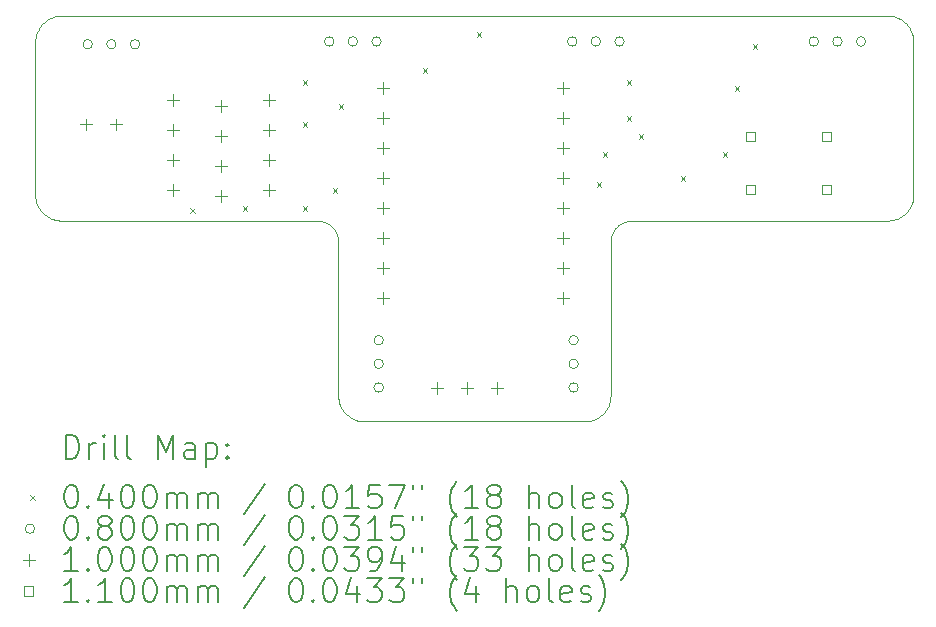
<source format=gbr>
%TF.GenerationSoftware,KiCad,Pcbnew,7.0.7*%
%TF.CreationDate,2024-08-10T15:19:52-05:00*%
%TF.ProjectId,LASK5,4c41534b-352e-46b6-9963-61645f706362,rev?*%
%TF.SameCoordinates,Original*%
%TF.FileFunction,Drillmap*%
%TF.FilePolarity,Positive*%
%FSLAX45Y45*%
G04 Gerber Fmt 4.5, Leading zero omitted, Abs format (unit mm)*
G04 Created by KiCad (PCBNEW 7.0.7) date 2024-08-10 15:19:52*
%MOMM*%
%LPD*%
G01*
G04 APERTURE LIST*
%ADD10C,0.100000*%
%ADD11C,0.200000*%
%ADD12C,0.040000*%
%ADD13C,0.080000*%
%ADD14C,0.110000*%
G04 APERTURE END LIST*
D10*
X18706238Y-6598016D02*
X18717642Y-6598886D01*
X18728883Y-6600319D01*
X18739945Y-6602300D01*
X18750814Y-6604815D01*
X18761477Y-6607850D01*
X18771920Y-6611390D01*
X18782127Y-6615422D01*
X18792084Y-6619931D01*
X18801779Y-6624903D01*
X18811195Y-6630323D01*
X18820319Y-6636178D01*
X18829137Y-6642454D01*
X18837634Y-6649135D01*
X18845797Y-6656208D01*
X18853611Y-6663658D01*
X18861061Y-6671472D01*
X18868134Y-6679634D01*
X18874815Y-6688132D01*
X18881090Y-6696950D01*
X18886945Y-6706074D01*
X18892366Y-6715490D01*
X18897338Y-6725184D01*
X18901847Y-6735142D01*
X18905879Y-6745349D01*
X18909419Y-6755791D01*
X18912454Y-6766454D01*
X18914969Y-6777324D01*
X18916950Y-6788386D01*
X18918382Y-6799626D01*
X18919252Y-6811031D01*
X18919545Y-6822584D01*
X18919545Y-8115632D01*
X18919262Y-8126801D01*
X18918421Y-8137825D01*
X18917036Y-8148690D01*
X18915121Y-8159384D01*
X18912690Y-8169891D01*
X18909756Y-8180199D01*
X18906334Y-8190293D01*
X18902436Y-8200160D01*
X18898077Y-8209785D01*
X18893271Y-8219157D01*
X18888030Y-8228259D01*
X18882370Y-8237079D01*
X18876304Y-8245603D01*
X18869845Y-8253818D01*
X18863007Y-8261708D01*
X18855805Y-8269262D01*
X18848251Y-8276464D01*
X18840360Y-8283301D01*
X18832145Y-8289760D01*
X18823620Y-8295826D01*
X18814799Y-8301486D01*
X18805696Y-8306726D01*
X18796324Y-8311532D01*
X18786698Y-8315891D01*
X18776830Y-8319789D01*
X18766735Y-8323211D01*
X18756426Y-8326145D01*
X18745917Y-8328576D01*
X18735223Y-8330491D01*
X18724356Y-8331876D01*
X18713330Y-8332717D01*
X18702160Y-8333000D01*
X16536590Y-8333000D01*
X16527236Y-8333238D01*
X16518002Y-8333942D01*
X16508901Y-8335102D01*
X16499945Y-8336705D01*
X16491144Y-8338742D01*
X16482511Y-8341199D01*
X16474056Y-8344065D01*
X16465792Y-8347329D01*
X16457730Y-8350979D01*
X16449881Y-8355005D01*
X16442257Y-8359393D01*
X16434870Y-8364133D01*
X16427731Y-8369213D01*
X16420851Y-8374622D01*
X16414242Y-8380348D01*
X16407916Y-8386380D01*
X16401884Y-8392706D01*
X16396158Y-8399314D01*
X16390748Y-8406193D01*
X16385668Y-8413332D01*
X16380928Y-8420719D01*
X16376539Y-8428342D01*
X16372514Y-8436190D01*
X16368863Y-8444251D01*
X16365599Y-8452514D01*
X16362733Y-8460968D01*
X16360276Y-8469600D01*
X16358239Y-8478399D01*
X16356636Y-8487355D01*
X16355476Y-8496454D01*
X16354772Y-8505686D01*
X16354534Y-8515039D01*
X16354534Y-9815632D01*
X16354251Y-9826801D01*
X16353410Y-9837825D01*
X16352025Y-9848690D01*
X16350110Y-9859383D01*
X16347679Y-9869891D01*
X16344745Y-9880198D01*
X16341323Y-9890293D01*
X16337425Y-9900160D01*
X16333066Y-9909785D01*
X16328260Y-9919156D01*
X16323020Y-9928259D01*
X16317360Y-9937079D01*
X16311294Y-9945603D01*
X16304835Y-9953818D01*
X16297998Y-9961708D01*
X16290796Y-9969262D01*
X16283242Y-9976464D01*
X16275352Y-9983301D01*
X16267137Y-9989760D01*
X16258613Y-9995826D01*
X16249793Y-10001486D01*
X16240690Y-10006726D01*
X16231319Y-10011532D01*
X16221693Y-10015891D01*
X16211827Y-10019789D01*
X16201732Y-10023211D01*
X16191425Y-10026145D01*
X16180917Y-10028576D01*
X16170224Y-10030491D01*
X16159358Y-10031876D01*
X16148334Y-10032717D01*
X16137166Y-10033000D01*
X16137166Y-10033000D01*
X14266634Y-10033000D01*
X14255466Y-10032717D01*
X14244442Y-10031876D01*
X14233576Y-10030491D01*
X14222883Y-10028576D01*
X14212375Y-10026145D01*
X14202068Y-10023211D01*
X14191974Y-10019788D01*
X14182107Y-10015891D01*
X14172481Y-10011532D01*
X14163110Y-10006726D01*
X14154007Y-10001486D01*
X14145187Y-9995826D01*
X14136663Y-9989760D01*
X14128448Y-9983301D01*
X14120558Y-9976464D01*
X14113004Y-9969261D01*
X14105802Y-9961708D01*
X14098965Y-9953817D01*
X14092506Y-9945603D01*
X14086440Y-9937079D01*
X14080780Y-9928259D01*
X14075540Y-9919156D01*
X14070734Y-9909785D01*
X14066375Y-9900159D01*
X14062478Y-9890292D01*
X14059055Y-9880198D01*
X14056121Y-9869891D01*
X14053690Y-9859383D01*
X14051775Y-9848690D01*
X14050390Y-9837824D01*
X14049549Y-9826800D01*
X14049266Y-9815632D01*
X14049266Y-8515039D01*
X14049029Y-8505686D01*
X14048324Y-8496454D01*
X14047164Y-8487355D01*
X14045561Y-8478399D01*
X14043525Y-8469600D01*
X14041068Y-8460968D01*
X14038201Y-8452514D01*
X14034937Y-8444251D01*
X14031286Y-8436190D01*
X14027261Y-8428342D01*
X14022873Y-8420719D01*
X14018132Y-8413332D01*
X14013052Y-8406193D01*
X14007643Y-8399314D01*
X14001916Y-8392706D01*
X13995884Y-8386380D01*
X13989558Y-8380348D01*
X13982949Y-8374622D01*
X13976070Y-8369213D01*
X13968930Y-8364133D01*
X13961543Y-8359393D01*
X13953919Y-8355004D01*
X13946070Y-8350979D01*
X13938008Y-8347329D01*
X13929744Y-8344065D01*
X13921290Y-8341198D01*
X13912656Y-8338741D01*
X13903856Y-8336705D01*
X13894899Y-8335102D01*
X13885798Y-8333942D01*
X13876565Y-8333237D01*
X13867210Y-8333000D01*
X11701640Y-8333000D01*
X11690470Y-8332717D01*
X11679444Y-8331876D01*
X11668577Y-8330491D01*
X11657883Y-8328576D01*
X11647374Y-8326145D01*
X11637066Y-8323211D01*
X11626970Y-8319788D01*
X11617103Y-8315891D01*
X11607476Y-8311532D01*
X11598104Y-8306726D01*
X11589001Y-8301486D01*
X11580180Y-8295826D01*
X11571655Y-8289760D01*
X11563440Y-8283301D01*
X11555549Y-8276464D01*
X11547995Y-8269262D01*
X11540793Y-8261708D01*
X11533955Y-8253818D01*
X11527496Y-8245603D01*
X11521430Y-8237079D01*
X11515770Y-8228259D01*
X11510529Y-8219156D01*
X11505723Y-8209785D01*
X11501364Y-8200159D01*
X11497466Y-8190292D01*
X11494044Y-8180198D01*
X11491110Y-8169891D01*
X11488679Y-8159383D01*
X11486764Y-8148690D01*
X11485379Y-8137824D01*
X11484538Y-8126800D01*
X11484255Y-8115632D01*
X11484255Y-6822584D01*
X11484548Y-6811031D01*
X11485418Y-6799626D01*
X11486850Y-6788386D01*
X11488831Y-6777324D01*
X11491346Y-6766454D01*
X11494381Y-6755791D01*
X11497921Y-6745349D01*
X11501953Y-6735142D01*
X11506462Y-6725184D01*
X11511434Y-6715490D01*
X11516855Y-6706074D01*
X11522710Y-6696950D01*
X11528985Y-6688132D01*
X11535666Y-6679634D01*
X11542739Y-6671472D01*
X11550189Y-6663658D01*
X11558003Y-6656208D01*
X11566166Y-6649135D01*
X11574663Y-6642453D01*
X11583481Y-6636178D01*
X11592605Y-6630323D01*
X11602022Y-6624903D01*
X11611716Y-6619931D01*
X11621674Y-6615422D01*
X11631881Y-6611390D01*
X11642323Y-6607849D01*
X11652986Y-6604815D01*
X11663855Y-6602300D01*
X11674918Y-6600319D01*
X11686158Y-6598886D01*
X11697562Y-6598016D01*
X11709116Y-6597723D01*
X18694684Y-6597723D01*
X18706238Y-6598016D01*
D11*
D12*
X12797500Y-8225500D02*
X12837500Y-8265500D01*
X12837500Y-8225500D02*
X12797500Y-8265500D01*
X13238800Y-8209600D02*
X13278800Y-8249600D01*
X13278800Y-8209600D02*
X13238800Y-8249600D01*
X13746800Y-7142800D02*
X13786800Y-7182800D01*
X13786800Y-7142800D02*
X13746800Y-7182800D01*
X13746800Y-7498400D02*
X13786800Y-7538400D01*
X13786800Y-7498400D02*
X13746800Y-7538400D01*
X13746800Y-8209600D02*
X13786800Y-8249600D01*
X13786800Y-8209600D02*
X13746800Y-8249600D01*
X14000800Y-8057200D02*
X14040800Y-8097200D01*
X14040800Y-8057200D02*
X14000800Y-8097200D01*
X14051600Y-7346000D02*
X14091600Y-7386000D01*
X14091600Y-7346000D02*
X14051600Y-7386000D01*
X14762800Y-7041200D02*
X14802800Y-7081200D01*
X14802800Y-7041200D02*
X14762800Y-7081200D01*
X15220000Y-6736400D02*
X15260000Y-6776400D01*
X15260000Y-6736400D02*
X15220000Y-6776400D01*
X16236150Y-8006400D02*
X16276150Y-8046400D01*
X16276150Y-8006400D02*
X16236150Y-8046400D01*
X16286800Y-7752400D02*
X16326800Y-7792400D01*
X16326800Y-7752400D02*
X16286800Y-7792400D01*
X16490000Y-7142800D02*
X16530000Y-7182800D01*
X16530000Y-7142800D02*
X16490000Y-7182800D01*
X16490000Y-7447600D02*
X16530000Y-7487600D01*
X16530000Y-7447600D02*
X16490000Y-7487600D01*
X16591600Y-7600000D02*
X16631600Y-7640000D01*
X16631600Y-7600000D02*
X16591600Y-7640000D01*
X16947200Y-7955600D02*
X16987200Y-7995600D01*
X16987200Y-7955600D02*
X16947200Y-7995600D01*
X17302800Y-7752400D02*
X17342800Y-7792400D01*
X17342800Y-7752400D02*
X17302800Y-7792400D01*
X17404400Y-7193600D02*
X17444400Y-7233600D01*
X17444400Y-7193600D02*
X17404400Y-7233600D01*
X17556800Y-6838000D02*
X17596800Y-6878000D01*
X17596800Y-6838000D02*
X17556800Y-6878000D01*
D13*
X11968500Y-6839860D02*
G75*
G03*
X11968500Y-6839860I-40000J0D01*
G01*
X12168500Y-6839860D02*
G75*
G03*
X12168500Y-6839860I-40000J0D01*
G01*
X12368500Y-6839860D02*
G75*
G03*
X12368500Y-6839860I-40000J0D01*
G01*
X14013200Y-6816760D02*
G75*
G03*
X14013200Y-6816760I-40000J0D01*
G01*
X14213200Y-6816760D02*
G75*
G03*
X14213200Y-6816760I-40000J0D01*
G01*
X14413200Y-6816760D02*
G75*
G03*
X14413200Y-6816760I-40000J0D01*
G01*
X14431900Y-9346360D02*
G75*
G03*
X14431900Y-9346360I-40000J0D01*
G01*
X14431900Y-9546360D02*
G75*
G03*
X14431900Y-9546360I-40000J0D01*
G01*
X14431900Y-9746360D02*
G75*
G03*
X14431900Y-9746360I-40000J0D01*
G01*
X16070600Y-6816760D02*
G75*
G03*
X16070600Y-6816760I-40000J0D01*
G01*
X16081900Y-9346360D02*
G75*
G03*
X16081900Y-9346360I-40000J0D01*
G01*
X16081900Y-9546360D02*
G75*
G03*
X16081900Y-9546360I-40000J0D01*
G01*
X16081900Y-9746360D02*
G75*
G03*
X16081900Y-9746360I-40000J0D01*
G01*
X16270600Y-6816760D02*
G75*
G03*
X16270600Y-6816760I-40000J0D01*
G01*
X16470600Y-6816760D02*
G75*
G03*
X16470600Y-6816760I-40000J0D01*
G01*
X18115300Y-6816760D02*
G75*
G03*
X18115300Y-6816760I-40000J0D01*
G01*
X18315300Y-6816760D02*
G75*
G03*
X18315300Y-6816760I-40000J0D01*
G01*
X18515300Y-6816760D02*
G75*
G03*
X18515300Y-6816760I-40000J0D01*
G01*
D10*
X11914600Y-7469150D02*
X11914600Y-7569150D01*
X11864600Y-7519150D02*
X11964600Y-7519150D01*
X12164600Y-7469150D02*
X12164600Y-7569150D01*
X12114600Y-7519150D02*
X12214600Y-7519150D01*
X12649200Y-7265200D02*
X12649200Y-7365200D01*
X12599200Y-7315200D02*
X12699200Y-7315200D01*
X12649200Y-7519200D02*
X12649200Y-7619200D01*
X12599200Y-7569200D02*
X12699200Y-7569200D01*
X12649200Y-7773200D02*
X12649200Y-7873200D01*
X12599200Y-7823200D02*
X12699200Y-7823200D01*
X12649200Y-8027200D02*
X12649200Y-8127200D01*
X12599200Y-8077200D02*
X12699200Y-8077200D01*
X13055600Y-7316000D02*
X13055600Y-7416000D01*
X13005600Y-7366000D02*
X13105600Y-7366000D01*
X13055600Y-7570000D02*
X13055600Y-7670000D01*
X13005600Y-7620000D02*
X13105600Y-7620000D01*
X13055600Y-7824000D02*
X13055600Y-7924000D01*
X13005600Y-7874000D02*
X13105600Y-7874000D01*
X13055600Y-8078000D02*
X13055600Y-8178000D01*
X13005600Y-8128000D02*
X13105600Y-8128000D01*
X13462000Y-7265200D02*
X13462000Y-7365200D01*
X13412000Y-7315200D02*
X13512000Y-7315200D01*
X13462000Y-7519200D02*
X13462000Y-7619200D01*
X13412000Y-7569200D02*
X13512000Y-7569200D01*
X13462000Y-7773200D02*
X13462000Y-7873200D01*
X13412000Y-7823200D02*
X13512000Y-7823200D01*
X13462000Y-8027200D02*
X13462000Y-8127200D01*
X13412000Y-8077200D02*
X13512000Y-8077200D01*
X14427200Y-7163600D02*
X14427200Y-7263600D01*
X14377200Y-7213600D02*
X14477200Y-7213600D01*
X14427200Y-7417600D02*
X14427200Y-7517600D01*
X14377200Y-7467600D02*
X14477200Y-7467600D01*
X14427200Y-7671600D02*
X14427200Y-7771600D01*
X14377200Y-7721600D02*
X14477200Y-7721600D01*
X14427200Y-7925600D02*
X14427200Y-8025600D01*
X14377200Y-7975600D02*
X14477200Y-7975600D01*
X14427200Y-8179600D02*
X14427200Y-8279600D01*
X14377200Y-8229600D02*
X14477200Y-8229600D01*
X14427200Y-8433600D02*
X14427200Y-8533600D01*
X14377200Y-8483600D02*
X14477200Y-8483600D01*
X14427200Y-8687600D02*
X14427200Y-8787600D01*
X14377200Y-8737600D02*
X14477200Y-8737600D01*
X14427200Y-8941600D02*
X14427200Y-9041600D01*
X14377200Y-8991600D02*
X14477200Y-8991600D01*
X14884400Y-9703600D02*
X14884400Y-9803600D01*
X14834400Y-9753600D02*
X14934400Y-9753600D01*
X15138400Y-9703600D02*
X15138400Y-9803600D01*
X15088400Y-9753600D02*
X15188400Y-9753600D01*
X15392400Y-9703600D02*
X15392400Y-9803600D01*
X15342400Y-9753600D02*
X15442400Y-9753600D01*
X15951200Y-7163600D02*
X15951200Y-7263600D01*
X15901200Y-7213600D02*
X16001200Y-7213600D01*
X15951200Y-7417600D02*
X15951200Y-7517600D01*
X15901200Y-7467600D02*
X16001200Y-7467600D01*
X15951200Y-7671600D02*
X15951200Y-7771600D01*
X15901200Y-7721600D02*
X16001200Y-7721600D01*
X15951200Y-7925600D02*
X15951200Y-8025600D01*
X15901200Y-7975600D02*
X16001200Y-7975600D01*
X15951200Y-8179600D02*
X15951200Y-8279600D01*
X15901200Y-8229600D02*
X16001200Y-8229600D01*
X15951200Y-8433600D02*
X15951200Y-8533600D01*
X15901200Y-8483600D02*
X16001200Y-8483600D01*
X15951200Y-8687600D02*
X15951200Y-8787600D01*
X15901200Y-8737600D02*
X16001200Y-8737600D01*
X15951200Y-8941600D02*
X15951200Y-9041600D01*
X15901200Y-8991600D02*
X16001200Y-8991600D01*
D14*
X17575291Y-7658891D02*
X17575291Y-7581109D01*
X17497509Y-7581109D01*
X17497509Y-7658891D01*
X17575291Y-7658891D01*
X17575291Y-8108891D02*
X17575291Y-8031109D01*
X17497509Y-8031109D01*
X17497509Y-8108891D01*
X17575291Y-8108891D01*
X18225291Y-7658891D02*
X18225291Y-7581109D01*
X18147509Y-7581109D01*
X18147509Y-7658891D01*
X18225291Y-7658891D01*
X18225291Y-8108891D02*
X18225291Y-8031109D01*
X18147509Y-8031109D01*
X18147509Y-8108891D01*
X18225291Y-8108891D01*
D11*
X11740031Y-10349484D02*
X11740031Y-10149484D01*
X11740031Y-10149484D02*
X11787650Y-10149484D01*
X11787650Y-10149484D02*
X11816222Y-10159008D01*
X11816222Y-10159008D02*
X11835269Y-10178056D01*
X11835269Y-10178056D02*
X11844793Y-10197103D01*
X11844793Y-10197103D02*
X11854317Y-10235198D01*
X11854317Y-10235198D02*
X11854317Y-10263770D01*
X11854317Y-10263770D02*
X11844793Y-10301865D01*
X11844793Y-10301865D02*
X11835269Y-10320913D01*
X11835269Y-10320913D02*
X11816222Y-10339960D01*
X11816222Y-10339960D02*
X11787650Y-10349484D01*
X11787650Y-10349484D02*
X11740031Y-10349484D01*
X11940031Y-10349484D02*
X11940031Y-10216151D01*
X11940031Y-10254246D02*
X11949555Y-10235198D01*
X11949555Y-10235198D02*
X11959079Y-10225675D01*
X11959079Y-10225675D02*
X11978127Y-10216151D01*
X11978127Y-10216151D02*
X11997174Y-10216151D01*
X12063841Y-10349484D02*
X12063841Y-10216151D01*
X12063841Y-10149484D02*
X12054317Y-10159008D01*
X12054317Y-10159008D02*
X12063841Y-10168532D01*
X12063841Y-10168532D02*
X12073365Y-10159008D01*
X12073365Y-10159008D02*
X12063841Y-10149484D01*
X12063841Y-10149484D02*
X12063841Y-10168532D01*
X12187650Y-10349484D02*
X12168603Y-10339960D01*
X12168603Y-10339960D02*
X12159079Y-10320913D01*
X12159079Y-10320913D02*
X12159079Y-10149484D01*
X12292412Y-10349484D02*
X12273365Y-10339960D01*
X12273365Y-10339960D02*
X12263841Y-10320913D01*
X12263841Y-10320913D02*
X12263841Y-10149484D01*
X12520984Y-10349484D02*
X12520984Y-10149484D01*
X12520984Y-10149484D02*
X12587650Y-10292341D01*
X12587650Y-10292341D02*
X12654317Y-10149484D01*
X12654317Y-10149484D02*
X12654317Y-10349484D01*
X12835269Y-10349484D02*
X12835269Y-10244722D01*
X12835269Y-10244722D02*
X12825746Y-10225675D01*
X12825746Y-10225675D02*
X12806698Y-10216151D01*
X12806698Y-10216151D02*
X12768603Y-10216151D01*
X12768603Y-10216151D02*
X12749555Y-10225675D01*
X12835269Y-10339960D02*
X12816222Y-10349484D01*
X12816222Y-10349484D02*
X12768603Y-10349484D01*
X12768603Y-10349484D02*
X12749555Y-10339960D01*
X12749555Y-10339960D02*
X12740031Y-10320913D01*
X12740031Y-10320913D02*
X12740031Y-10301865D01*
X12740031Y-10301865D02*
X12749555Y-10282817D01*
X12749555Y-10282817D02*
X12768603Y-10273294D01*
X12768603Y-10273294D02*
X12816222Y-10273294D01*
X12816222Y-10273294D02*
X12835269Y-10263770D01*
X12930508Y-10216151D02*
X12930508Y-10416151D01*
X12930508Y-10225675D02*
X12949555Y-10216151D01*
X12949555Y-10216151D02*
X12987650Y-10216151D01*
X12987650Y-10216151D02*
X13006698Y-10225675D01*
X13006698Y-10225675D02*
X13016222Y-10235198D01*
X13016222Y-10235198D02*
X13025746Y-10254246D01*
X13025746Y-10254246D02*
X13025746Y-10311389D01*
X13025746Y-10311389D02*
X13016222Y-10330436D01*
X13016222Y-10330436D02*
X13006698Y-10339960D01*
X13006698Y-10339960D02*
X12987650Y-10349484D01*
X12987650Y-10349484D02*
X12949555Y-10349484D01*
X12949555Y-10349484D02*
X12930508Y-10339960D01*
X13111460Y-10330436D02*
X13120984Y-10339960D01*
X13120984Y-10339960D02*
X13111460Y-10349484D01*
X13111460Y-10349484D02*
X13101936Y-10339960D01*
X13101936Y-10339960D02*
X13111460Y-10330436D01*
X13111460Y-10330436D02*
X13111460Y-10349484D01*
X13111460Y-10225675D02*
X13120984Y-10235198D01*
X13120984Y-10235198D02*
X13111460Y-10244722D01*
X13111460Y-10244722D02*
X13101936Y-10235198D01*
X13101936Y-10235198D02*
X13111460Y-10225675D01*
X13111460Y-10225675D02*
X13111460Y-10244722D01*
D12*
X11439255Y-10658000D02*
X11479255Y-10698000D01*
X11479255Y-10658000D02*
X11439255Y-10698000D01*
D11*
X11778127Y-10569484D02*
X11797174Y-10569484D01*
X11797174Y-10569484D02*
X11816222Y-10579008D01*
X11816222Y-10579008D02*
X11825746Y-10588532D01*
X11825746Y-10588532D02*
X11835269Y-10607579D01*
X11835269Y-10607579D02*
X11844793Y-10645675D01*
X11844793Y-10645675D02*
X11844793Y-10693294D01*
X11844793Y-10693294D02*
X11835269Y-10731389D01*
X11835269Y-10731389D02*
X11825746Y-10750436D01*
X11825746Y-10750436D02*
X11816222Y-10759960D01*
X11816222Y-10759960D02*
X11797174Y-10769484D01*
X11797174Y-10769484D02*
X11778127Y-10769484D01*
X11778127Y-10769484D02*
X11759079Y-10759960D01*
X11759079Y-10759960D02*
X11749555Y-10750436D01*
X11749555Y-10750436D02*
X11740031Y-10731389D01*
X11740031Y-10731389D02*
X11730508Y-10693294D01*
X11730508Y-10693294D02*
X11730508Y-10645675D01*
X11730508Y-10645675D02*
X11740031Y-10607579D01*
X11740031Y-10607579D02*
X11749555Y-10588532D01*
X11749555Y-10588532D02*
X11759079Y-10579008D01*
X11759079Y-10579008D02*
X11778127Y-10569484D01*
X11930508Y-10750436D02*
X11940031Y-10759960D01*
X11940031Y-10759960D02*
X11930508Y-10769484D01*
X11930508Y-10769484D02*
X11920984Y-10759960D01*
X11920984Y-10759960D02*
X11930508Y-10750436D01*
X11930508Y-10750436D02*
X11930508Y-10769484D01*
X12111460Y-10636151D02*
X12111460Y-10769484D01*
X12063841Y-10559960D02*
X12016222Y-10702817D01*
X12016222Y-10702817D02*
X12140031Y-10702817D01*
X12254317Y-10569484D02*
X12273365Y-10569484D01*
X12273365Y-10569484D02*
X12292412Y-10579008D01*
X12292412Y-10579008D02*
X12301936Y-10588532D01*
X12301936Y-10588532D02*
X12311460Y-10607579D01*
X12311460Y-10607579D02*
X12320984Y-10645675D01*
X12320984Y-10645675D02*
X12320984Y-10693294D01*
X12320984Y-10693294D02*
X12311460Y-10731389D01*
X12311460Y-10731389D02*
X12301936Y-10750436D01*
X12301936Y-10750436D02*
X12292412Y-10759960D01*
X12292412Y-10759960D02*
X12273365Y-10769484D01*
X12273365Y-10769484D02*
X12254317Y-10769484D01*
X12254317Y-10769484D02*
X12235269Y-10759960D01*
X12235269Y-10759960D02*
X12225746Y-10750436D01*
X12225746Y-10750436D02*
X12216222Y-10731389D01*
X12216222Y-10731389D02*
X12206698Y-10693294D01*
X12206698Y-10693294D02*
X12206698Y-10645675D01*
X12206698Y-10645675D02*
X12216222Y-10607579D01*
X12216222Y-10607579D02*
X12225746Y-10588532D01*
X12225746Y-10588532D02*
X12235269Y-10579008D01*
X12235269Y-10579008D02*
X12254317Y-10569484D01*
X12444793Y-10569484D02*
X12463841Y-10569484D01*
X12463841Y-10569484D02*
X12482889Y-10579008D01*
X12482889Y-10579008D02*
X12492412Y-10588532D01*
X12492412Y-10588532D02*
X12501936Y-10607579D01*
X12501936Y-10607579D02*
X12511460Y-10645675D01*
X12511460Y-10645675D02*
X12511460Y-10693294D01*
X12511460Y-10693294D02*
X12501936Y-10731389D01*
X12501936Y-10731389D02*
X12492412Y-10750436D01*
X12492412Y-10750436D02*
X12482889Y-10759960D01*
X12482889Y-10759960D02*
X12463841Y-10769484D01*
X12463841Y-10769484D02*
X12444793Y-10769484D01*
X12444793Y-10769484D02*
X12425746Y-10759960D01*
X12425746Y-10759960D02*
X12416222Y-10750436D01*
X12416222Y-10750436D02*
X12406698Y-10731389D01*
X12406698Y-10731389D02*
X12397174Y-10693294D01*
X12397174Y-10693294D02*
X12397174Y-10645675D01*
X12397174Y-10645675D02*
X12406698Y-10607579D01*
X12406698Y-10607579D02*
X12416222Y-10588532D01*
X12416222Y-10588532D02*
X12425746Y-10579008D01*
X12425746Y-10579008D02*
X12444793Y-10569484D01*
X12597174Y-10769484D02*
X12597174Y-10636151D01*
X12597174Y-10655198D02*
X12606698Y-10645675D01*
X12606698Y-10645675D02*
X12625746Y-10636151D01*
X12625746Y-10636151D02*
X12654317Y-10636151D01*
X12654317Y-10636151D02*
X12673365Y-10645675D01*
X12673365Y-10645675D02*
X12682889Y-10664722D01*
X12682889Y-10664722D02*
X12682889Y-10769484D01*
X12682889Y-10664722D02*
X12692412Y-10645675D01*
X12692412Y-10645675D02*
X12711460Y-10636151D01*
X12711460Y-10636151D02*
X12740031Y-10636151D01*
X12740031Y-10636151D02*
X12759079Y-10645675D01*
X12759079Y-10645675D02*
X12768603Y-10664722D01*
X12768603Y-10664722D02*
X12768603Y-10769484D01*
X12863841Y-10769484D02*
X12863841Y-10636151D01*
X12863841Y-10655198D02*
X12873365Y-10645675D01*
X12873365Y-10645675D02*
X12892412Y-10636151D01*
X12892412Y-10636151D02*
X12920984Y-10636151D01*
X12920984Y-10636151D02*
X12940031Y-10645675D01*
X12940031Y-10645675D02*
X12949555Y-10664722D01*
X12949555Y-10664722D02*
X12949555Y-10769484D01*
X12949555Y-10664722D02*
X12959079Y-10645675D01*
X12959079Y-10645675D02*
X12978127Y-10636151D01*
X12978127Y-10636151D02*
X13006698Y-10636151D01*
X13006698Y-10636151D02*
X13025746Y-10645675D01*
X13025746Y-10645675D02*
X13035270Y-10664722D01*
X13035270Y-10664722D02*
X13035270Y-10769484D01*
X13425746Y-10559960D02*
X13254317Y-10817103D01*
X13682889Y-10569484D02*
X13701936Y-10569484D01*
X13701936Y-10569484D02*
X13720984Y-10579008D01*
X13720984Y-10579008D02*
X13730508Y-10588532D01*
X13730508Y-10588532D02*
X13740032Y-10607579D01*
X13740032Y-10607579D02*
X13749555Y-10645675D01*
X13749555Y-10645675D02*
X13749555Y-10693294D01*
X13749555Y-10693294D02*
X13740032Y-10731389D01*
X13740032Y-10731389D02*
X13730508Y-10750436D01*
X13730508Y-10750436D02*
X13720984Y-10759960D01*
X13720984Y-10759960D02*
X13701936Y-10769484D01*
X13701936Y-10769484D02*
X13682889Y-10769484D01*
X13682889Y-10769484D02*
X13663841Y-10759960D01*
X13663841Y-10759960D02*
X13654317Y-10750436D01*
X13654317Y-10750436D02*
X13644793Y-10731389D01*
X13644793Y-10731389D02*
X13635270Y-10693294D01*
X13635270Y-10693294D02*
X13635270Y-10645675D01*
X13635270Y-10645675D02*
X13644793Y-10607579D01*
X13644793Y-10607579D02*
X13654317Y-10588532D01*
X13654317Y-10588532D02*
X13663841Y-10579008D01*
X13663841Y-10579008D02*
X13682889Y-10569484D01*
X13835270Y-10750436D02*
X13844793Y-10759960D01*
X13844793Y-10759960D02*
X13835270Y-10769484D01*
X13835270Y-10769484D02*
X13825746Y-10759960D01*
X13825746Y-10759960D02*
X13835270Y-10750436D01*
X13835270Y-10750436D02*
X13835270Y-10769484D01*
X13968603Y-10569484D02*
X13987651Y-10569484D01*
X13987651Y-10569484D02*
X14006698Y-10579008D01*
X14006698Y-10579008D02*
X14016222Y-10588532D01*
X14016222Y-10588532D02*
X14025746Y-10607579D01*
X14025746Y-10607579D02*
X14035270Y-10645675D01*
X14035270Y-10645675D02*
X14035270Y-10693294D01*
X14035270Y-10693294D02*
X14025746Y-10731389D01*
X14025746Y-10731389D02*
X14016222Y-10750436D01*
X14016222Y-10750436D02*
X14006698Y-10759960D01*
X14006698Y-10759960D02*
X13987651Y-10769484D01*
X13987651Y-10769484D02*
X13968603Y-10769484D01*
X13968603Y-10769484D02*
X13949555Y-10759960D01*
X13949555Y-10759960D02*
X13940032Y-10750436D01*
X13940032Y-10750436D02*
X13930508Y-10731389D01*
X13930508Y-10731389D02*
X13920984Y-10693294D01*
X13920984Y-10693294D02*
X13920984Y-10645675D01*
X13920984Y-10645675D02*
X13930508Y-10607579D01*
X13930508Y-10607579D02*
X13940032Y-10588532D01*
X13940032Y-10588532D02*
X13949555Y-10579008D01*
X13949555Y-10579008D02*
X13968603Y-10569484D01*
X14225746Y-10769484D02*
X14111460Y-10769484D01*
X14168603Y-10769484D02*
X14168603Y-10569484D01*
X14168603Y-10569484D02*
X14149555Y-10598056D01*
X14149555Y-10598056D02*
X14130508Y-10617103D01*
X14130508Y-10617103D02*
X14111460Y-10626627D01*
X14406698Y-10569484D02*
X14311460Y-10569484D01*
X14311460Y-10569484D02*
X14301936Y-10664722D01*
X14301936Y-10664722D02*
X14311460Y-10655198D01*
X14311460Y-10655198D02*
X14330508Y-10645675D01*
X14330508Y-10645675D02*
X14378127Y-10645675D01*
X14378127Y-10645675D02*
X14397174Y-10655198D01*
X14397174Y-10655198D02*
X14406698Y-10664722D01*
X14406698Y-10664722D02*
X14416222Y-10683770D01*
X14416222Y-10683770D02*
X14416222Y-10731389D01*
X14416222Y-10731389D02*
X14406698Y-10750436D01*
X14406698Y-10750436D02*
X14397174Y-10759960D01*
X14397174Y-10759960D02*
X14378127Y-10769484D01*
X14378127Y-10769484D02*
X14330508Y-10769484D01*
X14330508Y-10769484D02*
X14311460Y-10759960D01*
X14311460Y-10759960D02*
X14301936Y-10750436D01*
X14482889Y-10569484D02*
X14616222Y-10569484D01*
X14616222Y-10569484D02*
X14530508Y-10769484D01*
X14682889Y-10569484D02*
X14682889Y-10607579D01*
X14759079Y-10569484D02*
X14759079Y-10607579D01*
X15054317Y-10845675D02*
X15044794Y-10836151D01*
X15044794Y-10836151D02*
X15025746Y-10807579D01*
X15025746Y-10807579D02*
X15016222Y-10788532D01*
X15016222Y-10788532D02*
X15006698Y-10759960D01*
X15006698Y-10759960D02*
X14997175Y-10712341D01*
X14997175Y-10712341D02*
X14997175Y-10674246D01*
X14997175Y-10674246D02*
X15006698Y-10626627D01*
X15006698Y-10626627D02*
X15016222Y-10598056D01*
X15016222Y-10598056D02*
X15025746Y-10579008D01*
X15025746Y-10579008D02*
X15044794Y-10550436D01*
X15044794Y-10550436D02*
X15054317Y-10540913D01*
X15235270Y-10769484D02*
X15120984Y-10769484D01*
X15178127Y-10769484D02*
X15178127Y-10569484D01*
X15178127Y-10569484D02*
X15159079Y-10598056D01*
X15159079Y-10598056D02*
X15140032Y-10617103D01*
X15140032Y-10617103D02*
X15120984Y-10626627D01*
X15349555Y-10655198D02*
X15330508Y-10645675D01*
X15330508Y-10645675D02*
X15320984Y-10636151D01*
X15320984Y-10636151D02*
X15311460Y-10617103D01*
X15311460Y-10617103D02*
X15311460Y-10607579D01*
X15311460Y-10607579D02*
X15320984Y-10588532D01*
X15320984Y-10588532D02*
X15330508Y-10579008D01*
X15330508Y-10579008D02*
X15349555Y-10569484D01*
X15349555Y-10569484D02*
X15387651Y-10569484D01*
X15387651Y-10569484D02*
X15406698Y-10579008D01*
X15406698Y-10579008D02*
X15416222Y-10588532D01*
X15416222Y-10588532D02*
X15425746Y-10607579D01*
X15425746Y-10607579D02*
X15425746Y-10617103D01*
X15425746Y-10617103D02*
X15416222Y-10636151D01*
X15416222Y-10636151D02*
X15406698Y-10645675D01*
X15406698Y-10645675D02*
X15387651Y-10655198D01*
X15387651Y-10655198D02*
X15349555Y-10655198D01*
X15349555Y-10655198D02*
X15330508Y-10664722D01*
X15330508Y-10664722D02*
X15320984Y-10674246D01*
X15320984Y-10674246D02*
X15311460Y-10693294D01*
X15311460Y-10693294D02*
X15311460Y-10731389D01*
X15311460Y-10731389D02*
X15320984Y-10750436D01*
X15320984Y-10750436D02*
X15330508Y-10759960D01*
X15330508Y-10759960D02*
X15349555Y-10769484D01*
X15349555Y-10769484D02*
X15387651Y-10769484D01*
X15387651Y-10769484D02*
X15406698Y-10759960D01*
X15406698Y-10759960D02*
X15416222Y-10750436D01*
X15416222Y-10750436D02*
X15425746Y-10731389D01*
X15425746Y-10731389D02*
X15425746Y-10693294D01*
X15425746Y-10693294D02*
X15416222Y-10674246D01*
X15416222Y-10674246D02*
X15406698Y-10664722D01*
X15406698Y-10664722D02*
X15387651Y-10655198D01*
X15663841Y-10769484D02*
X15663841Y-10569484D01*
X15749556Y-10769484D02*
X15749556Y-10664722D01*
X15749556Y-10664722D02*
X15740032Y-10645675D01*
X15740032Y-10645675D02*
X15720984Y-10636151D01*
X15720984Y-10636151D02*
X15692413Y-10636151D01*
X15692413Y-10636151D02*
X15673365Y-10645675D01*
X15673365Y-10645675D02*
X15663841Y-10655198D01*
X15873365Y-10769484D02*
X15854317Y-10759960D01*
X15854317Y-10759960D02*
X15844794Y-10750436D01*
X15844794Y-10750436D02*
X15835270Y-10731389D01*
X15835270Y-10731389D02*
X15835270Y-10674246D01*
X15835270Y-10674246D02*
X15844794Y-10655198D01*
X15844794Y-10655198D02*
X15854317Y-10645675D01*
X15854317Y-10645675D02*
X15873365Y-10636151D01*
X15873365Y-10636151D02*
X15901937Y-10636151D01*
X15901937Y-10636151D02*
X15920984Y-10645675D01*
X15920984Y-10645675D02*
X15930508Y-10655198D01*
X15930508Y-10655198D02*
X15940032Y-10674246D01*
X15940032Y-10674246D02*
X15940032Y-10731389D01*
X15940032Y-10731389D02*
X15930508Y-10750436D01*
X15930508Y-10750436D02*
X15920984Y-10759960D01*
X15920984Y-10759960D02*
X15901937Y-10769484D01*
X15901937Y-10769484D02*
X15873365Y-10769484D01*
X16054317Y-10769484D02*
X16035270Y-10759960D01*
X16035270Y-10759960D02*
X16025746Y-10740913D01*
X16025746Y-10740913D02*
X16025746Y-10569484D01*
X16206698Y-10759960D02*
X16187651Y-10769484D01*
X16187651Y-10769484D02*
X16149556Y-10769484D01*
X16149556Y-10769484D02*
X16130508Y-10759960D01*
X16130508Y-10759960D02*
X16120984Y-10740913D01*
X16120984Y-10740913D02*
X16120984Y-10664722D01*
X16120984Y-10664722D02*
X16130508Y-10645675D01*
X16130508Y-10645675D02*
X16149556Y-10636151D01*
X16149556Y-10636151D02*
X16187651Y-10636151D01*
X16187651Y-10636151D02*
X16206698Y-10645675D01*
X16206698Y-10645675D02*
X16216222Y-10664722D01*
X16216222Y-10664722D02*
X16216222Y-10683770D01*
X16216222Y-10683770D02*
X16120984Y-10702817D01*
X16292413Y-10759960D02*
X16311460Y-10769484D01*
X16311460Y-10769484D02*
X16349556Y-10769484D01*
X16349556Y-10769484D02*
X16368603Y-10759960D01*
X16368603Y-10759960D02*
X16378127Y-10740913D01*
X16378127Y-10740913D02*
X16378127Y-10731389D01*
X16378127Y-10731389D02*
X16368603Y-10712341D01*
X16368603Y-10712341D02*
X16349556Y-10702817D01*
X16349556Y-10702817D02*
X16320984Y-10702817D01*
X16320984Y-10702817D02*
X16301937Y-10693294D01*
X16301937Y-10693294D02*
X16292413Y-10674246D01*
X16292413Y-10674246D02*
X16292413Y-10664722D01*
X16292413Y-10664722D02*
X16301937Y-10645675D01*
X16301937Y-10645675D02*
X16320984Y-10636151D01*
X16320984Y-10636151D02*
X16349556Y-10636151D01*
X16349556Y-10636151D02*
X16368603Y-10645675D01*
X16444794Y-10845675D02*
X16454318Y-10836151D01*
X16454318Y-10836151D02*
X16473365Y-10807579D01*
X16473365Y-10807579D02*
X16482889Y-10788532D01*
X16482889Y-10788532D02*
X16492413Y-10759960D01*
X16492413Y-10759960D02*
X16501937Y-10712341D01*
X16501937Y-10712341D02*
X16501937Y-10674246D01*
X16501937Y-10674246D02*
X16492413Y-10626627D01*
X16492413Y-10626627D02*
X16482889Y-10598056D01*
X16482889Y-10598056D02*
X16473365Y-10579008D01*
X16473365Y-10579008D02*
X16454318Y-10550436D01*
X16454318Y-10550436D02*
X16444794Y-10540913D01*
D13*
X11479255Y-10942000D02*
G75*
G03*
X11479255Y-10942000I-40000J0D01*
G01*
D11*
X11778127Y-10833484D02*
X11797174Y-10833484D01*
X11797174Y-10833484D02*
X11816222Y-10843008D01*
X11816222Y-10843008D02*
X11825746Y-10852532D01*
X11825746Y-10852532D02*
X11835269Y-10871579D01*
X11835269Y-10871579D02*
X11844793Y-10909675D01*
X11844793Y-10909675D02*
X11844793Y-10957294D01*
X11844793Y-10957294D02*
X11835269Y-10995389D01*
X11835269Y-10995389D02*
X11825746Y-11014436D01*
X11825746Y-11014436D02*
X11816222Y-11023960D01*
X11816222Y-11023960D02*
X11797174Y-11033484D01*
X11797174Y-11033484D02*
X11778127Y-11033484D01*
X11778127Y-11033484D02*
X11759079Y-11023960D01*
X11759079Y-11023960D02*
X11749555Y-11014436D01*
X11749555Y-11014436D02*
X11740031Y-10995389D01*
X11740031Y-10995389D02*
X11730508Y-10957294D01*
X11730508Y-10957294D02*
X11730508Y-10909675D01*
X11730508Y-10909675D02*
X11740031Y-10871579D01*
X11740031Y-10871579D02*
X11749555Y-10852532D01*
X11749555Y-10852532D02*
X11759079Y-10843008D01*
X11759079Y-10843008D02*
X11778127Y-10833484D01*
X11930508Y-11014436D02*
X11940031Y-11023960D01*
X11940031Y-11023960D02*
X11930508Y-11033484D01*
X11930508Y-11033484D02*
X11920984Y-11023960D01*
X11920984Y-11023960D02*
X11930508Y-11014436D01*
X11930508Y-11014436D02*
X11930508Y-11033484D01*
X12054317Y-10919198D02*
X12035269Y-10909675D01*
X12035269Y-10909675D02*
X12025746Y-10900151D01*
X12025746Y-10900151D02*
X12016222Y-10881103D01*
X12016222Y-10881103D02*
X12016222Y-10871579D01*
X12016222Y-10871579D02*
X12025746Y-10852532D01*
X12025746Y-10852532D02*
X12035269Y-10843008D01*
X12035269Y-10843008D02*
X12054317Y-10833484D01*
X12054317Y-10833484D02*
X12092412Y-10833484D01*
X12092412Y-10833484D02*
X12111460Y-10843008D01*
X12111460Y-10843008D02*
X12120984Y-10852532D01*
X12120984Y-10852532D02*
X12130508Y-10871579D01*
X12130508Y-10871579D02*
X12130508Y-10881103D01*
X12130508Y-10881103D02*
X12120984Y-10900151D01*
X12120984Y-10900151D02*
X12111460Y-10909675D01*
X12111460Y-10909675D02*
X12092412Y-10919198D01*
X12092412Y-10919198D02*
X12054317Y-10919198D01*
X12054317Y-10919198D02*
X12035269Y-10928722D01*
X12035269Y-10928722D02*
X12025746Y-10938246D01*
X12025746Y-10938246D02*
X12016222Y-10957294D01*
X12016222Y-10957294D02*
X12016222Y-10995389D01*
X12016222Y-10995389D02*
X12025746Y-11014436D01*
X12025746Y-11014436D02*
X12035269Y-11023960D01*
X12035269Y-11023960D02*
X12054317Y-11033484D01*
X12054317Y-11033484D02*
X12092412Y-11033484D01*
X12092412Y-11033484D02*
X12111460Y-11023960D01*
X12111460Y-11023960D02*
X12120984Y-11014436D01*
X12120984Y-11014436D02*
X12130508Y-10995389D01*
X12130508Y-10995389D02*
X12130508Y-10957294D01*
X12130508Y-10957294D02*
X12120984Y-10938246D01*
X12120984Y-10938246D02*
X12111460Y-10928722D01*
X12111460Y-10928722D02*
X12092412Y-10919198D01*
X12254317Y-10833484D02*
X12273365Y-10833484D01*
X12273365Y-10833484D02*
X12292412Y-10843008D01*
X12292412Y-10843008D02*
X12301936Y-10852532D01*
X12301936Y-10852532D02*
X12311460Y-10871579D01*
X12311460Y-10871579D02*
X12320984Y-10909675D01*
X12320984Y-10909675D02*
X12320984Y-10957294D01*
X12320984Y-10957294D02*
X12311460Y-10995389D01*
X12311460Y-10995389D02*
X12301936Y-11014436D01*
X12301936Y-11014436D02*
X12292412Y-11023960D01*
X12292412Y-11023960D02*
X12273365Y-11033484D01*
X12273365Y-11033484D02*
X12254317Y-11033484D01*
X12254317Y-11033484D02*
X12235269Y-11023960D01*
X12235269Y-11023960D02*
X12225746Y-11014436D01*
X12225746Y-11014436D02*
X12216222Y-10995389D01*
X12216222Y-10995389D02*
X12206698Y-10957294D01*
X12206698Y-10957294D02*
X12206698Y-10909675D01*
X12206698Y-10909675D02*
X12216222Y-10871579D01*
X12216222Y-10871579D02*
X12225746Y-10852532D01*
X12225746Y-10852532D02*
X12235269Y-10843008D01*
X12235269Y-10843008D02*
X12254317Y-10833484D01*
X12444793Y-10833484D02*
X12463841Y-10833484D01*
X12463841Y-10833484D02*
X12482889Y-10843008D01*
X12482889Y-10843008D02*
X12492412Y-10852532D01*
X12492412Y-10852532D02*
X12501936Y-10871579D01*
X12501936Y-10871579D02*
X12511460Y-10909675D01*
X12511460Y-10909675D02*
X12511460Y-10957294D01*
X12511460Y-10957294D02*
X12501936Y-10995389D01*
X12501936Y-10995389D02*
X12492412Y-11014436D01*
X12492412Y-11014436D02*
X12482889Y-11023960D01*
X12482889Y-11023960D02*
X12463841Y-11033484D01*
X12463841Y-11033484D02*
X12444793Y-11033484D01*
X12444793Y-11033484D02*
X12425746Y-11023960D01*
X12425746Y-11023960D02*
X12416222Y-11014436D01*
X12416222Y-11014436D02*
X12406698Y-10995389D01*
X12406698Y-10995389D02*
X12397174Y-10957294D01*
X12397174Y-10957294D02*
X12397174Y-10909675D01*
X12397174Y-10909675D02*
X12406698Y-10871579D01*
X12406698Y-10871579D02*
X12416222Y-10852532D01*
X12416222Y-10852532D02*
X12425746Y-10843008D01*
X12425746Y-10843008D02*
X12444793Y-10833484D01*
X12597174Y-11033484D02*
X12597174Y-10900151D01*
X12597174Y-10919198D02*
X12606698Y-10909675D01*
X12606698Y-10909675D02*
X12625746Y-10900151D01*
X12625746Y-10900151D02*
X12654317Y-10900151D01*
X12654317Y-10900151D02*
X12673365Y-10909675D01*
X12673365Y-10909675D02*
X12682889Y-10928722D01*
X12682889Y-10928722D02*
X12682889Y-11033484D01*
X12682889Y-10928722D02*
X12692412Y-10909675D01*
X12692412Y-10909675D02*
X12711460Y-10900151D01*
X12711460Y-10900151D02*
X12740031Y-10900151D01*
X12740031Y-10900151D02*
X12759079Y-10909675D01*
X12759079Y-10909675D02*
X12768603Y-10928722D01*
X12768603Y-10928722D02*
X12768603Y-11033484D01*
X12863841Y-11033484D02*
X12863841Y-10900151D01*
X12863841Y-10919198D02*
X12873365Y-10909675D01*
X12873365Y-10909675D02*
X12892412Y-10900151D01*
X12892412Y-10900151D02*
X12920984Y-10900151D01*
X12920984Y-10900151D02*
X12940031Y-10909675D01*
X12940031Y-10909675D02*
X12949555Y-10928722D01*
X12949555Y-10928722D02*
X12949555Y-11033484D01*
X12949555Y-10928722D02*
X12959079Y-10909675D01*
X12959079Y-10909675D02*
X12978127Y-10900151D01*
X12978127Y-10900151D02*
X13006698Y-10900151D01*
X13006698Y-10900151D02*
X13025746Y-10909675D01*
X13025746Y-10909675D02*
X13035270Y-10928722D01*
X13035270Y-10928722D02*
X13035270Y-11033484D01*
X13425746Y-10823960D02*
X13254317Y-11081103D01*
X13682889Y-10833484D02*
X13701936Y-10833484D01*
X13701936Y-10833484D02*
X13720984Y-10843008D01*
X13720984Y-10843008D02*
X13730508Y-10852532D01*
X13730508Y-10852532D02*
X13740032Y-10871579D01*
X13740032Y-10871579D02*
X13749555Y-10909675D01*
X13749555Y-10909675D02*
X13749555Y-10957294D01*
X13749555Y-10957294D02*
X13740032Y-10995389D01*
X13740032Y-10995389D02*
X13730508Y-11014436D01*
X13730508Y-11014436D02*
X13720984Y-11023960D01*
X13720984Y-11023960D02*
X13701936Y-11033484D01*
X13701936Y-11033484D02*
X13682889Y-11033484D01*
X13682889Y-11033484D02*
X13663841Y-11023960D01*
X13663841Y-11023960D02*
X13654317Y-11014436D01*
X13654317Y-11014436D02*
X13644793Y-10995389D01*
X13644793Y-10995389D02*
X13635270Y-10957294D01*
X13635270Y-10957294D02*
X13635270Y-10909675D01*
X13635270Y-10909675D02*
X13644793Y-10871579D01*
X13644793Y-10871579D02*
X13654317Y-10852532D01*
X13654317Y-10852532D02*
X13663841Y-10843008D01*
X13663841Y-10843008D02*
X13682889Y-10833484D01*
X13835270Y-11014436D02*
X13844793Y-11023960D01*
X13844793Y-11023960D02*
X13835270Y-11033484D01*
X13835270Y-11033484D02*
X13825746Y-11023960D01*
X13825746Y-11023960D02*
X13835270Y-11014436D01*
X13835270Y-11014436D02*
X13835270Y-11033484D01*
X13968603Y-10833484D02*
X13987651Y-10833484D01*
X13987651Y-10833484D02*
X14006698Y-10843008D01*
X14006698Y-10843008D02*
X14016222Y-10852532D01*
X14016222Y-10852532D02*
X14025746Y-10871579D01*
X14025746Y-10871579D02*
X14035270Y-10909675D01*
X14035270Y-10909675D02*
X14035270Y-10957294D01*
X14035270Y-10957294D02*
X14025746Y-10995389D01*
X14025746Y-10995389D02*
X14016222Y-11014436D01*
X14016222Y-11014436D02*
X14006698Y-11023960D01*
X14006698Y-11023960D02*
X13987651Y-11033484D01*
X13987651Y-11033484D02*
X13968603Y-11033484D01*
X13968603Y-11033484D02*
X13949555Y-11023960D01*
X13949555Y-11023960D02*
X13940032Y-11014436D01*
X13940032Y-11014436D02*
X13930508Y-10995389D01*
X13930508Y-10995389D02*
X13920984Y-10957294D01*
X13920984Y-10957294D02*
X13920984Y-10909675D01*
X13920984Y-10909675D02*
X13930508Y-10871579D01*
X13930508Y-10871579D02*
X13940032Y-10852532D01*
X13940032Y-10852532D02*
X13949555Y-10843008D01*
X13949555Y-10843008D02*
X13968603Y-10833484D01*
X14101936Y-10833484D02*
X14225746Y-10833484D01*
X14225746Y-10833484D02*
X14159079Y-10909675D01*
X14159079Y-10909675D02*
X14187651Y-10909675D01*
X14187651Y-10909675D02*
X14206698Y-10919198D01*
X14206698Y-10919198D02*
X14216222Y-10928722D01*
X14216222Y-10928722D02*
X14225746Y-10947770D01*
X14225746Y-10947770D02*
X14225746Y-10995389D01*
X14225746Y-10995389D02*
X14216222Y-11014436D01*
X14216222Y-11014436D02*
X14206698Y-11023960D01*
X14206698Y-11023960D02*
X14187651Y-11033484D01*
X14187651Y-11033484D02*
X14130508Y-11033484D01*
X14130508Y-11033484D02*
X14111460Y-11023960D01*
X14111460Y-11023960D02*
X14101936Y-11014436D01*
X14416222Y-11033484D02*
X14301936Y-11033484D01*
X14359079Y-11033484D02*
X14359079Y-10833484D01*
X14359079Y-10833484D02*
X14340032Y-10862056D01*
X14340032Y-10862056D02*
X14320984Y-10881103D01*
X14320984Y-10881103D02*
X14301936Y-10890627D01*
X14597174Y-10833484D02*
X14501936Y-10833484D01*
X14501936Y-10833484D02*
X14492413Y-10928722D01*
X14492413Y-10928722D02*
X14501936Y-10919198D01*
X14501936Y-10919198D02*
X14520984Y-10909675D01*
X14520984Y-10909675D02*
X14568603Y-10909675D01*
X14568603Y-10909675D02*
X14587651Y-10919198D01*
X14587651Y-10919198D02*
X14597174Y-10928722D01*
X14597174Y-10928722D02*
X14606698Y-10947770D01*
X14606698Y-10947770D02*
X14606698Y-10995389D01*
X14606698Y-10995389D02*
X14597174Y-11014436D01*
X14597174Y-11014436D02*
X14587651Y-11023960D01*
X14587651Y-11023960D02*
X14568603Y-11033484D01*
X14568603Y-11033484D02*
X14520984Y-11033484D01*
X14520984Y-11033484D02*
X14501936Y-11023960D01*
X14501936Y-11023960D02*
X14492413Y-11014436D01*
X14682889Y-10833484D02*
X14682889Y-10871579D01*
X14759079Y-10833484D02*
X14759079Y-10871579D01*
X15054317Y-11109675D02*
X15044794Y-11100151D01*
X15044794Y-11100151D02*
X15025746Y-11071579D01*
X15025746Y-11071579D02*
X15016222Y-11052532D01*
X15016222Y-11052532D02*
X15006698Y-11023960D01*
X15006698Y-11023960D02*
X14997175Y-10976341D01*
X14997175Y-10976341D02*
X14997175Y-10938246D01*
X14997175Y-10938246D02*
X15006698Y-10890627D01*
X15006698Y-10890627D02*
X15016222Y-10862056D01*
X15016222Y-10862056D02*
X15025746Y-10843008D01*
X15025746Y-10843008D02*
X15044794Y-10814436D01*
X15044794Y-10814436D02*
X15054317Y-10804913D01*
X15235270Y-11033484D02*
X15120984Y-11033484D01*
X15178127Y-11033484D02*
X15178127Y-10833484D01*
X15178127Y-10833484D02*
X15159079Y-10862056D01*
X15159079Y-10862056D02*
X15140032Y-10881103D01*
X15140032Y-10881103D02*
X15120984Y-10890627D01*
X15349555Y-10919198D02*
X15330508Y-10909675D01*
X15330508Y-10909675D02*
X15320984Y-10900151D01*
X15320984Y-10900151D02*
X15311460Y-10881103D01*
X15311460Y-10881103D02*
X15311460Y-10871579D01*
X15311460Y-10871579D02*
X15320984Y-10852532D01*
X15320984Y-10852532D02*
X15330508Y-10843008D01*
X15330508Y-10843008D02*
X15349555Y-10833484D01*
X15349555Y-10833484D02*
X15387651Y-10833484D01*
X15387651Y-10833484D02*
X15406698Y-10843008D01*
X15406698Y-10843008D02*
X15416222Y-10852532D01*
X15416222Y-10852532D02*
X15425746Y-10871579D01*
X15425746Y-10871579D02*
X15425746Y-10881103D01*
X15425746Y-10881103D02*
X15416222Y-10900151D01*
X15416222Y-10900151D02*
X15406698Y-10909675D01*
X15406698Y-10909675D02*
X15387651Y-10919198D01*
X15387651Y-10919198D02*
X15349555Y-10919198D01*
X15349555Y-10919198D02*
X15330508Y-10928722D01*
X15330508Y-10928722D02*
X15320984Y-10938246D01*
X15320984Y-10938246D02*
X15311460Y-10957294D01*
X15311460Y-10957294D02*
X15311460Y-10995389D01*
X15311460Y-10995389D02*
X15320984Y-11014436D01*
X15320984Y-11014436D02*
X15330508Y-11023960D01*
X15330508Y-11023960D02*
X15349555Y-11033484D01*
X15349555Y-11033484D02*
X15387651Y-11033484D01*
X15387651Y-11033484D02*
X15406698Y-11023960D01*
X15406698Y-11023960D02*
X15416222Y-11014436D01*
X15416222Y-11014436D02*
X15425746Y-10995389D01*
X15425746Y-10995389D02*
X15425746Y-10957294D01*
X15425746Y-10957294D02*
X15416222Y-10938246D01*
X15416222Y-10938246D02*
X15406698Y-10928722D01*
X15406698Y-10928722D02*
X15387651Y-10919198D01*
X15663841Y-11033484D02*
X15663841Y-10833484D01*
X15749556Y-11033484D02*
X15749556Y-10928722D01*
X15749556Y-10928722D02*
X15740032Y-10909675D01*
X15740032Y-10909675D02*
X15720984Y-10900151D01*
X15720984Y-10900151D02*
X15692413Y-10900151D01*
X15692413Y-10900151D02*
X15673365Y-10909675D01*
X15673365Y-10909675D02*
X15663841Y-10919198D01*
X15873365Y-11033484D02*
X15854317Y-11023960D01*
X15854317Y-11023960D02*
X15844794Y-11014436D01*
X15844794Y-11014436D02*
X15835270Y-10995389D01*
X15835270Y-10995389D02*
X15835270Y-10938246D01*
X15835270Y-10938246D02*
X15844794Y-10919198D01*
X15844794Y-10919198D02*
X15854317Y-10909675D01*
X15854317Y-10909675D02*
X15873365Y-10900151D01*
X15873365Y-10900151D02*
X15901937Y-10900151D01*
X15901937Y-10900151D02*
X15920984Y-10909675D01*
X15920984Y-10909675D02*
X15930508Y-10919198D01*
X15930508Y-10919198D02*
X15940032Y-10938246D01*
X15940032Y-10938246D02*
X15940032Y-10995389D01*
X15940032Y-10995389D02*
X15930508Y-11014436D01*
X15930508Y-11014436D02*
X15920984Y-11023960D01*
X15920984Y-11023960D02*
X15901937Y-11033484D01*
X15901937Y-11033484D02*
X15873365Y-11033484D01*
X16054317Y-11033484D02*
X16035270Y-11023960D01*
X16035270Y-11023960D02*
X16025746Y-11004913D01*
X16025746Y-11004913D02*
X16025746Y-10833484D01*
X16206698Y-11023960D02*
X16187651Y-11033484D01*
X16187651Y-11033484D02*
X16149556Y-11033484D01*
X16149556Y-11033484D02*
X16130508Y-11023960D01*
X16130508Y-11023960D02*
X16120984Y-11004913D01*
X16120984Y-11004913D02*
X16120984Y-10928722D01*
X16120984Y-10928722D02*
X16130508Y-10909675D01*
X16130508Y-10909675D02*
X16149556Y-10900151D01*
X16149556Y-10900151D02*
X16187651Y-10900151D01*
X16187651Y-10900151D02*
X16206698Y-10909675D01*
X16206698Y-10909675D02*
X16216222Y-10928722D01*
X16216222Y-10928722D02*
X16216222Y-10947770D01*
X16216222Y-10947770D02*
X16120984Y-10966817D01*
X16292413Y-11023960D02*
X16311460Y-11033484D01*
X16311460Y-11033484D02*
X16349556Y-11033484D01*
X16349556Y-11033484D02*
X16368603Y-11023960D01*
X16368603Y-11023960D02*
X16378127Y-11004913D01*
X16378127Y-11004913D02*
X16378127Y-10995389D01*
X16378127Y-10995389D02*
X16368603Y-10976341D01*
X16368603Y-10976341D02*
X16349556Y-10966817D01*
X16349556Y-10966817D02*
X16320984Y-10966817D01*
X16320984Y-10966817D02*
X16301937Y-10957294D01*
X16301937Y-10957294D02*
X16292413Y-10938246D01*
X16292413Y-10938246D02*
X16292413Y-10928722D01*
X16292413Y-10928722D02*
X16301937Y-10909675D01*
X16301937Y-10909675D02*
X16320984Y-10900151D01*
X16320984Y-10900151D02*
X16349556Y-10900151D01*
X16349556Y-10900151D02*
X16368603Y-10909675D01*
X16444794Y-11109675D02*
X16454318Y-11100151D01*
X16454318Y-11100151D02*
X16473365Y-11071579D01*
X16473365Y-11071579D02*
X16482889Y-11052532D01*
X16482889Y-11052532D02*
X16492413Y-11023960D01*
X16492413Y-11023960D02*
X16501937Y-10976341D01*
X16501937Y-10976341D02*
X16501937Y-10938246D01*
X16501937Y-10938246D02*
X16492413Y-10890627D01*
X16492413Y-10890627D02*
X16482889Y-10862056D01*
X16482889Y-10862056D02*
X16473365Y-10843008D01*
X16473365Y-10843008D02*
X16454318Y-10814436D01*
X16454318Y-10814436D02*
X16444794Y-10804913D01*
D10*
X11429255Y-11156000D02*
X11429255Y-11256000D01*
X11379255Y-11206000D02*
X11479255Y-11206000D01*
D11*
X11844793Y-11297484D02*
X11730508Y-11297484D01*
X11787650Y-11297484D02*
X11787650Y-11097484D01*
X11787650Y-11097484D02*
X11768603Y-11126056D01*
X11768603Y-11126056D02*
X11749555Y-11145103D01*
X11749555Y-11145103D02*
X11730508Y-11154627D01*
X11930508Y-11278436D02*
X11940031Y-11287960D01*
X11940031Y-11287960D02*
X11930508Y-11297484D01*
X11930508Y-11297484D02*
X11920984Y-11287960D01*
X11920984Y-11287960D02*
X11930508Y-11278436D01*
X11930508Y-11278436D02*
X11930508Y-11297484D01*
X12063841Y-11097484D02*
X12082889Y-11097484D01*
X12082889Y-11097484D02*
X12101936Y-11107008D01*
X12101936Y-11107008D02*
X12111460Y-11116532D01*
X12111460Y-11116532D02*
X12120984Y-11135579D01*
X12120984Y-11135579D02*
X12130508Y-11173675D01*
X12130508Y-11173675D02*
X12130508Y-11221294D01*
X12130508Y-11221294D02*
X12120984Y-11259389D01*
X12120984Y-11259389D02*
X12111460Y-11278436D01*
X12111460Y-11278436D02*
X12101936Y-11287960D01*
X12101936Y-11287960D02*
X12082889Y-11297484D01*
X12082889Y-11297484D02*
X12063841Y-11297484D01*
X12063841Y-11297484D02*
X12044793Y-11287960D01*
X12044793Y-11287960D02*
X12035269Y-11278436D01*
X12035269Y-11278436D02*
X12025746Y-11259389D01*
X12025746Y-11259389D02*
X12016222Y-11221294D01*
X12016222Y-11221294D02*
X12016222Y-11173675D01*
X12016222Y-11173675D02*
X12025746Y-11135579D01*
X12025746Y-11135579D02*
X12035269Y-11116532D01*
X12035269Y-11116532D02*
X12044793Y-11107008D01*
X12044793Y-11107008D02*
X12063841Y-11097484D01*
X12254317Y-11097484D02*
X12273365Y-11097484D01*
X12273365Y-11097484D02*
X12292412Y-11107008D01*
X12292412Y-11107008D02*
X12301936Y-11116532D01*
X12301936Y-11116532D02*
X12311460Y-11135579D01*
X12311460Y-11135579D02*
X12320984Y-11173675D01*
X12320984Y-11173675D02*
X12320984Y-11221294D01*
X12320984Y-11221294D02*
X12311460Y-11259389D01*
X12311460Y-11259389D02*
X12301936Y-11278436D01*
X12301936Y-11278436D02*
X12292412Y-11287960D01*
X12292412Y-11287960D02*
X12273365Y-11297484D01*
X12273365Y-11297484D02*
X12254317Y-11297484D01*
X12254317Y-11297484D02*
X12235269Y-11287960D01*
X12235269Y-11287960D02*
X12225746Y-11278436D01*
X12225746Y-11278436D02*
X12216222Y-11259389D01*
X12216222Y-11259389D02*
X12206698Y-11221294D01*
X12206698Y-11221294D02*
X12206698Y-11173675D01*
X12206698Y-11173675D02*
X12216222Y-11135579D01*
X12216222Y-11135579D02*
X12225746Y-11116532D01*
X12225746Y-11116532D02*
X12235269Y-11107008D01*
X12235269Y-11107008D02*
X12254317Y-11097484D01*
X12444793Y-11097484D02*
X12463841Y-11097484D01*
X12463841Y-11097484D02*
X12482889Y-11107008D01*
X12482889Y-11107008D02*
X12492412Y-11116532D01*
X12492412Y-11116532D02*
X12501936Y-11135579D01*
X12501936Y-11135579D02*
X12511460Y-11173675D01*
X12511460Y-11173675D02*
X12511460Y-11221294D01*
X12511460Y-11221294D02*
X12501936Y-11259389D01*
X12501936Y-11259389D02*
X12492412Y-11278436D01*
X12492412Y-11278436D02*
X12482889Y-11287960D01*
X12482889Y-11287960D02*
X12463841Y-11297484D01*
X12463841Y-11297484D02*
X12444793Y-11297484D01*
X12444793Y-11297484D02*
X12425746Y-11287960D01*
X12425746Y-11287960D02*
X12416222Y-11278436D01*
X12416222Y-11278436D02*
X12406698Y-11259389D01*
X12406698Y-11259389D02*
X12397174Y-11221294D01*
X12397174Y-11221294D02*
X12397174Y-11173675D01*
X12397174Y-11173675D02*
X12406698Y-11135579D01*
X12406698Y-11135579D02*
X12416222Y-11116532D01*
X12416222Y-11116532D02*
X12425746Y-11107008D01*
X12425746Y-11107008D02*
X12444793Y-11097484D01*
X12597174Y-11297484D02*
X12597174Y-11164151D01*
X12597174Y-11183198D02*
X12606698Y-11173675D01*
X12606698Y-11173675D02*
X12625746Y-11164151D01*
X12625746Y-11164151D02*
X12654317Y-11164151D01*
X12654317Y-11164151D02*
X12673365Y-11173675D01*
X12673365Y-11173675D02*
X12682889Y-11192722D01*
X12682889Y-11192722D02*
X12682889Y-11297484D01*
X12682889Y-11192722D02*
X12692412Y-11173675D01*
X12692412Y-11173675D02*
X12711460Y-11164151D01*
X12711460Y-11164151D02*
X12740031Y-11164151D01*
X12740031Y-11164151D02*
X12759079Y-11173675D01*
X12759079Y-11173675D02*
X12768603Y-11192722D01*
X12768603Y-11192722D02*
X12768603Y-11297484D01*
X12863841Y-11297484D02*
X12863841Y-11164151D01*
X12863841Y-11183198D02*
X12873365Y-11173675D01*
X12873365Y-11173675D02*
X12892412Y-11164151D01*
X12892412Y-11164151D02*
X12920984Y-11164151D01*
X12920984Y-11164151D02*
X12940031Y-11173675D01*
X12940031Y-11173675D02*
X12949555Y-11192722D01*
X12949555Y-11192722D02*
X12949555Y-11297484D01*
X12949555Y-11192722D02*
X12959079Y-11173675D01*
X12959079Y-11173675D02*
X12978127Y-11164151D01*
X12978127Y-11164151D02*
X13006698Y-11164151D01*
X13006698Y-11164151D02*
X13025746Y-11173675D01*
X13025746Y-11173675D02*
X13035270Y-11192722D01*
X13035270Y-11192722D02*
X13035270Y-11297484D01*
X13425746Y-11087960D02*
X13254317Y-11345103D01*
X13682889Y-11097484D02*
X13701936Y-11097484D01*
X13701936Y-11097484D02*
X13720984Y-11107008D01*
X13720984Y-11107008D02*
X13730508Y-11116532D01*
X13730508Y-11116532D02*
X13740032Y-11135579D01*
X13740032Y-11135579D02*
X13749555Y-11173675D01*
X13749555Y-11173675D02*
X13749555Y-11221294D01*
X13749555Y-11221294D02*
X13740032Y-11259389D01*
X13740032Y-11259389D02*
X13730508Y-11278436D01*
X13730508Y-11278436D02*
X13720984Y-11287960D01*
X13720984Y-11287960D02*
X13701936Y-11297484D01*
X13701936Y-11297484D02*
X13682889Y-11297484D01*
X13682889Y-11297484D02*
X13663841Y-11287960D01*
X13663841Y-11287960D02*
X13654317Y-11278436D01*
X13654317Y-11278436D02*
X13644793Y-11259389D01*
X13644793Y-11259389D02*
X13635270Y-11221294D01*
X13635270Y-11221294D02*
X13635270Y-11173675D01*
X13635270Y-11173675D02*
X13644793Y-11135579D01*
X13644793Y-11135579D02*
X13654317Y-11116532D01*
X13654317Y-11116532D02*
X13663841Y-11107008D01*
X13663841Y-11107008D02*
X13682889Y-11097484D01*
X13835270Y-11278436D02*
X13844793Y-11287960D01*
X13844793Y-11287960D02*
X13835270Y-11297484D01*
X13835270Y-11297484D02*
X13825746Y-11287960D01*
X13825746Y-11287960D02*
X13835270Y-11278436D01*
X13835270Y-11278436D02*
X13835270Y-11297484D01*
X13968603Y-11097484D02*
X13987651Y-11097484D01*
X13987651Y-11097484D02*
X14006698Y-11107008D01*
X14006698Y-11107008D02*
X14016222Y-11116532D01*
X14016222Y-11116532D02*
X14025746Y-11135579D01*
X14025746Y-11135579D02*
X14035270Y-11173675D01*
X14035270Y-11173675D02*
X14035270Y-11221294D01*
X14035270Y-11221294D02*
X14025746Y-11259389D01*
X14025746Y-11259389D02*
X14016222Y-11278436D01*
X14016222Y-11278436D02*
X14006698Y-11287960D01*
X14006698Y-11287960D02*
X13987651Y-11297484D01*
X13987651Y-11297484D02*
X13968603Y-11297484D01*
X13968603Y-11297484D02*
X13949555Y-11287960D01*
X13949555Y-11287960D02*
X13940032Y-11278436D01*
X13940032Y-11278436D02*
X13930508Y-11259389D01*
X13930508Y-11259389D02*
X13920984Y-11221294D01*
X13920984Y-11221294D02*
X13920984Y-11173675D01*
X13920984Y-11173675D02*
X13930508Y-11135579D01*
X13930508Y-11135579D02*
X13940032Y-11116532D01*
X13940032Y-11116532D02*
X13949555Y-11107008D01*
X13949555Y-11107008D02*
X13968603Y-11097484D01*
X14101936Y-11097484D02*
X14225746Y-11097484D01*
X14225746Y-11097484D02*
X14159079Y-11173675D01*
X14159079Y-11173675D02*
X14187651Y-11173675D01*
X14187651Y-11173675D02*
X14206698Y-11183198D01*
X14206698Y-11183198D02*
X14216222Y-11192722D01*
X14216222Y-11192722D02*
X14225746Y-11211770D01*
X14225746Y-11211770D02*
X14225746Y-11259389D01*
X14225746Y-11259389D02*
X14216222Y-11278436D01*
X14216222Y-11278436D02*
X14206698Y-11287960D01*
X14206698Y-11287960D02*
X14187651Y-11297484D01*
X14187651Y-11297484D02*
X14130508Y-11297484D01*
X14130508Y-11297484D02*
X14111460Y-11287960D01*
X14111460Y-11287960D02*
X14101936Y-11278436D01*
X14320984Y-11297484D02*
X14359079Y-11297484D01*
X14359079Y-11297484D02*
X14378127Y-11287960D01*
X14378127Y-11287960D02*
X14387651Y-11278436D01*
X14387651Y-11278436D02*
X14406698Y-11249865D01*
X14406698Y-11249865D02*
X14416222Y-11211770D01*
X14416222Y-11211770D02*
X14416222Y-11135579D01*
X14416222Y-11135579D02*
X14406698Y-11116532D01*
X14406698Y-11116532D02*
X14397174Y-11107008D01*
X14397174Y-11107008D02*
X14378127Y-11097484D01*
X14378127Y-11097484D02*
X14340032Y-11097484D01*
X14340032Y-11097484D02*
X14320984Y-11107008D01*
X14320984Y-11107008D02*
X14311460Y-11116532D01*
X14311460Y-11116532D02*
X14301936Y-11135579D01*
X14301936Y-11135579D02*
X14301936Y-11183198D01*
X14301936Y-11183198D02*
X14311460Y-11202246D01*
X14311460Y-11202246D02*
X14320984Y-11211770D01*
X14320984Y-11211770D02*
X14340032Y-11221294D01*
X14340032Y-11221294D02*
X14378127Y-11221294D01*
X14378127Y-11221294D02*
X14397174Y-11211770D01*
X14397174Y-11211770D02*
X14406698Y-11202246D01*
X14406698Y-11202246D02*
X14416222Y-11183198D01*
X14587651Y-11164151D02*
X14587651Y-11297484D01*
X14540032Y-11087960D02*
X14492413Y-11230817D01*
X14492413Y-11230817D02*
X14616222Y-11230817D01*
X14682889Y-11097484D02*
X14682889Y-11135579D01*
X14759079Y-11097484D02*
X14759079Y-11135579D01*
X15054317Y-11373674D02*
X15044794Y-11364151D01*
X15044794Y-11364151D02*
X15025746Y-11335579D01*
X15025746Y-11335579D02*
X15016222Y-11316532D01*
X15016222Y-11316532D02*
X15006698Y-11287960D01*
X15006698Y-11287960D02*
X14997175Y-11240341D01*
X14997175Y-11240341D02*
X14997175Y-11202246D01*
X14997175Y-11202246D02*
X15006698Y-11154627D01*
X15006698Y-11154627D02*
X15016222Y-11126056D01*
X15016222Y-11126056D02*
X15025746Y-11107008D01*
X15025746Y-11107008D02*
X15044794Y-11078436D01*
X15044794Y-11078436D02*
X15054317Y-11068913D01*
X15111460Y-11097484D02*
X15235270Y-11097484D01*
X15235270Y-11097484D02*
X15168603Y-11173675D01*
X15168603Y-11173675D02*
X15197175Y-11173675D01*
X15197175Y-11173675D02*
X15216222Y-11183198D01*
X15216222Y-11183198D02*
X15225746Y-11192722D01*
X15225746Y-11192722D02*
X15235270Y-11211770D01*
X15235270Y-11211770D02*
X15235270Y-11259389D01*
X15235270Y-11259389D02*
X15225746Y-11278436D01*
X15225746Y-11278436D02*
X15216222Y-11287960D01*
X15216222Y-11287960D02*
X15197175Y-11297484D01*
X15197175Y-11297484D02*
X15140032Y-11297484D01*
X15140032Y-11297484D02*
X15120984Y-11287960D01*
X15120984Y-11287960D02*
X15111460Y-11278436D01*
X15301936Y-11097484D02*
X15425746Y-11097484D01*
X15425746Y-11097484D02*
X15359079Y-11173675D01*
X15359079Y-11173675D02*
X15387651Y-11173675D01*
X15387651Y-11173675D02*
X15406698Y-11183198D01*
X15406698Y-11183198D02*
X15416222Y-11192722D01*
X15416222Y-11192722D02*
X15425746Y-11211770D01*
X15425746Y-11211770D02*
X15425746Y-11259389D01*
X15425746Y-11259389D02*
X15416222Y-11278436D01*
X15416222Y-11278436D02*
X15406698Y-11287960D01*
X15406698Y-11287960D02*
X15387651Y-11297484D01*
X15387651Y-11297484D02*
X15330508Y-11297484D01*
X15330508Y-11297484D02*
X15311460Y-11287960D01*
X15311460Y-11287960D02*
X15301936Y-11278436D01*
X15663841Y-11297484D02*
X15663841Y-11097484D01*
X15749556Y-11297484D02*
X15749556Y-11192722D01*
X15749556Y-11192722D02*
X15740032Y-11173675D01*
X15740032Y-11173675D02*
X15720984Y-11164151D01*
X15720984Y-11164151D02*
X15692413Y-11164151D01*
X15692413Y-11164151D02*
X15673365Y-11173675D01*
X15673365Y-11173675D02*
X15663841Y-11183198D01*
X15873365Y-11297484D02*
X15854317Y-11287960D01*
X15854317Y-11287960D02*
X15844794Y-11278436D01*
X15844794Y-11278436D02*
X15835270Y-11259389D01*
X15835270Y-11259389D02*
X15835270Y-11202246D01*
X15835270Y-11202246D02*
X15844794Y-11183198D01*
X15844794Y-11183198D02*
X15854317Y-11173675D01*
X15854317Y-11173675D02*
X15873365Y-11164151D01*
X15873365Y-11164151D02*
X15901937Y-11164151D01*
X15901937Y-11164151D02*
X15920984Y-11173675D01*
X15920984Y-11173675D02*
X15930508Y-11183198D01*
X15930508Y-11183198D02*
X15940032Y-11202246D01*
X15940032Y-11202246D02*
X15940032Y-11259389D01*
X15940032Y-11259389D02*
X15930508Y-11278436D01*
X15930508Y-11278436D02*
X15920984Y-11287960D01*
X15920984Y-11287960D02*
X15901937Y-11297484D01*
X15901937Y-11297484D02*
X15873365Y-11297484D01*
X16054317Y-11297484D02*
X16035270Y-11287960D01*
X16035270Y-11287960D02*
X16025746Y-11268913D01*
X16025746Y-11268913D02*
X16025746Y-11097484D01*
X16206698Y-11287960D02*
X16187651Y-11297484D01*
X16187651Y-11297484D02*
X16149556Y-11297484D01*
X16149556Y-11297484D02*
X16130508Y-11287960D01*
X16130508Y-11287960D02*
X16120984Y-11268913D01*
X16120984Y-11268913D02*
X16120984Y-11192722D01*
X16120984Y-11192722D02*
X16130508Y-11173675D01*
X16130508Y-11173675D02*
X16149556Y-11164151D01*
X16149556Y-11164151D02*
X16187651Y-11164151D01*
X16187651Y-11164151D02*
X16206698Y-11173675D01*
X16206698Y-11173675D02*
X16216222Y-11192722D01*
X16216222Y-11192722D02*
X16216222Y-11211770D01*
X16216222Y-11211770D02*
X16120984Y-11230817D01*
X16292413Y-11287960D02*
X16311460Y-11297484D01*
X16311460Y-11297484D02*
X16349556Y-11297484D01*
X16349556Y-11297484D02*
X16368603Y-11287960D01*
X16368603Y-11287960D02*
X16378127Y-11268913D01*
X16378127Y-11268913D02*
X16378127Y-11259389D01*
X16378127Y-11259389D02*
X16368603Y-11240341D01*
X16368603Y-11240341D02*
X16349556Y-11230817D01*
X16349556Y-11230817D02*
X16320984Y-11230817D01*
X16320984Y-11230817D02*
X16301937Y-11221294D01*
X16301937Y-11221294D02*
X16292413Y-11202246D01*
X16292413Y-11202246D02*
X16292413Y-11192722D01*
X16292413Y-11192722D02*
X16301937Y-11173675D01*
X16301937Y-11173675D02*
X16320984Y-11164151D01*
X16320984Y-11164151D02*
X16349556Y-11164151D01*
X16349556Y-11164151D02*
X16368603Y-11173675D01*
X16444794Y-11373674D02*
X16454318Y-11364151D01*
X16454318Y-11364151D02*
X16473365Y-11335579D01*
X16473365Y-11335579D02*
X16482889Y-11316532D01*
X16482889Y-11316532D02*
X16492413Y-11287960D01*
X16492413Y-11287960D02*
X16501937Y-11240341D01*
X16501937Y-11240341D02*
X16501937Y-11202246D01*
X16501937Y-11202246D02*
X16492413Y-11154627D01*
X16492413Y-11154627D02*
X16482889Y-11126056D01*
X16482889Y-11126056D02*
X16473365Y-11107008D01*
X16473365Y-11107008D02*
X16454318Y-11078436D01*
X16454318Y-11078436D02*
X16444794Y-11068913D01*
D14*
X11463146Y-11508891D02*
X11463146Y-11431109D01*
X11385363Y-11431109D01*
X11385363Y-11508891D01*
X11463146Y-11508891D01*
D11*
X11844793Y-11561484D02*
X11730508Y-11561484D01*
X11787650Y-11561484D02*
X11787650Y-11361484D01*
X11787650Y-11361484D02*
X11768603Y-11390055D01*
X11768603Y-11390055D02*
X11749555Y-11409103D01*
X11749555Y-11409103D02*
X11730508Y-11418627D01*
X11930508Y-11542436D02*
X11940031Y-11551960D01*
X11940031Y-11551960D02*
X11930508Y-11561484D01*
X11930508Y-11561484D02*
X11920984Y-11551960D01*
X11920984Y-11551960D02*
X11930508Y-11542436D01*
X11930508Y-11542436D02*
X11930508Y-11561484D01*
X12130508Y-11561484D02*
X12016222Y-11561484D01*
X12073365Y-11561484D02*
X12073365Y-11361484D01*
X12073365Y-11361484D02*
X12054317Y-11390055D01*
X12054317Y-11390055D02*
X12035269Y-11409103D01*
X12035269Y-11409103D02*
X12016222Y-11418627D01*
X12254317Y-11361484D02*
X12273365Y-11361484D01*
X12273365Y-11361484D02*
X12292412Y-11371008D01*
X12292412Y-11371008D02*
X12301936Y-11380532D01*
X12301936Y-11380532D02*
X12311460Y-11399579D01*
X12311460Y-11399579D02*
X12320984Y-11437674D01*
X12320984Y-11437674D02*
X12320984Y-11485294D01*
X12320984Y-11485294D02*
X12311460Y-11523389D01*
X12311460Y-11523389D02*
X12301936Y-11542436D01*
X12301936Y-11542436D02*
X12292412Y-11551960D01*
X12292412Y-11551960D02*
X12273365Y-11561484D01*
X12273365Y-11561484D02*
X12254317Y-11561484D01*
X12254317Y-11561484D02*
X12235269Y-11551960D01*
X12235269Y-11551960D02*
X12225746Y-11542436D01*
X12225746Y-11542436D02*
X12216222Y-11523389D01*
X12216222Y-11523389D02*
X12206698Y-11485294D01*
X12206698Y-11485294D02*
X12206698Y-11437674D01*
X12206698Y-11437674D02*
X12216222Y-11399579D01*
X12216222Y-11399579D02*
X12225746Y-11380532D01*
X12225746Y-11380532D02*
X12235269Y-11371008D01*
X12235269Y-11371008D02*
X12254317Y-11361484D01*
X12444793Y-11361484D02*
X12463841Y-11361484D01*
X12463841Y-11361484D02*
X12482889Y-11371008D01*
X12482889Y-11371008D02*
X12492412Y-11380532D01*
X12492412Y-11380532D02*
X12501936Y-11399579D01*
X12501936Y-11399579D02*
X12511460Y-11437674D01*
X12511460Y-11437674D02*
X12511460Y-11485294D01*
X12511460Y-11485294D02*
X12501936Y-11523389D01*
X12501936Y-11523389D02*
X12492412Y-11542436D01*
X12492412Y-11542436D02*
X12482889Y-11551960D01*
X12482889Y-11551960D02*
X12463841Y-11561484D01*
X12463841Y-11561484D02*
X12444793Y-11561484D01*
X12444793Y-11561484D02*
X12425746Y-11551960D01*
X12425746Y-11551960D02*
X12416222Y-11542436D01*
X12416222Y-11542436D02*
X12406698Y-11523389D01*
X12406698Y-11523389D02*
X12397174Y-11485294D01*
X12397174Y-11485294D02*
X12397174Y-11437674D01*
X12397174Y-11437674D02*
X12406698Y-11399579D01*
X12406698Y-11399579D02*
X12416222Y-11380532D01*
X12416222Y-11380532D02*
X12425746Y-11371008D01*
X12425746Y-11371008D02*
X12444793Y-11361484D01*
X12597174Y-11561484D02*
X12597174Y-11428151D01*
X12597174Y-11447198D02*
X12606698Y-11437674D01*
X12606698Y-11437674D02*
X12625746Y-11428151D01*
X12625746Y-11428151D02*
X12654317Y-11428151D01*
X12654317Y-11428151D02*
X12673365Y-11437674D01*
X12673365Y-11437674D02*
X12682889Y-11456722D01*
X12682889Y-11456722D02*
X12682889Y-11561484D01*
X12682889Y-11456722D02*
X12692412Y-11437674D01*
X12692412Y-11437674D02*
X12711460Y-11428151D01*
X12711460Y-11428151D02*
X12740031Y-11428151D01*
X12740031Y-11428151D02*
X12759079Y-11437674D01*
X12759079Y-11437674D02*
X12768603Y-11456722D01*
X12768603Y-11456722D02*
X12768603Y-11561484D01*
X12863841Y-11561484D02*
X12863841Y-11428151D01*
X12863841Y-11447198D02*
X12873365Y-11437674D01*
X12873365Y-11437674D02*
X12892412Y-11428151D01*
X12892412Y-11428151D02*
X12920984Y-11428151D01*
X12920984Y-11428151D02*
X12940031Y-11437674D01*
X12940031Y-11437674D02*
X12949555Y-11456722D01*
X12949555Y-11456722D02*
X12949555Y-11561484D01*
X12949555Y-11456722D02*
X12959079Y-11437674D01*
X12959079Y-11437674D02*
X12978127Y-11428151D01*
X12978127Y-11428151D02*
X13006698Y-11428151D01*
X13006698Y-11428151D02*
X13025746Y-11437674D01*
X13025746Y-11437674D02*
X13035270Y-11456722D01*
X13035270Y-11456722D02*
X13035270Y-11561484D01*
X13425746Y-11351960D02*
X13254317Y-11609103D01*
X13682889Y-11361484D02*
X13701936Y-11361484D01*
X13701936Y-11361484D02*
X13720984Y-11371008D01*
X13720984Y-11371008D02*
X13730508Y-11380532D01*
X13730508Y-11380532D02*
X13740032Y-11399579D01*
X13740032Y-11399579D02*
X13749555Y-11437674D01*
X13749555Y-11437674D02*
X13749555Y-11485294D01*
X13749555Y-11485294D02*
X13740032Y-11523389D01*
X13740032Y-11523389D02*
X13730508Y-11542436D01*
X13730508Y-11542436D02*
X13720984Y-11551960D01*
X13720984Y-11551960D02*
X13701936Y-11561484D01*
X13701936Y-11561484D02*
X13682889Y-11561484D01*
X13682889Y-11561484D02*
X13663841Y-11551960D01*
X13663841Y-11551960D02*
X13654317Y-11542436D01*
X13654317Y-11542436D02*
X13644793Y-11523389D01*
X13644793Y-11523389D02*
X13635270Y-11485294D01*
X13635270Y-11485294D02*
X13635270Y-11437674D01*
X13635270Y-11437674D02*
X13644793Y-11399579D01*
X13644793Y-11399579D02*
X13654317Y-11380532D01*
X13654317Y-11380532D02*
X13663841Y-11371008D01*
X13663841Y-11371008D02*
X13682889Y-11361484D01*
X13835270Y-11542436D02*
X13844793Y-11551960D01*
X13844793Y-11551960D02*
X13835270Y-11561484D01*
X13835270Y-11561484D02*
X13825746Y-11551960D01*
X13825746Y-11551960D02*
X13835270Y-11542436D01*
X13835270Y-11542436D02*
X13835270Y-11561484D01*
X13968603Y-11361484D02*
X13987651Y-11361484D01*
X13987651Y-11361484D02*
X14006698Y-11371008D01*
X14006698Y-11371008D02*
X14016222Y-11380532D01*
X14016222Y-11380532D02*
X14025746Y-11399579D01*
X14025746Y-11399579D02*
X14035270Y-11437674D01*
X14035270Y-11437674D02*
X14035270Y-11485294D01*
X14035270Y-11485294D02*
X14025746Y-11523389D01*
X14025746Y-11523389D02*
X14016222Y-11542436D01*
X14016222Y-11542436D02*
X14006698Y-11551960D01*
X14006698Y-11551960D02*
X13987651Y-11561484D01*
X13987651Y-11561484D02*
X13968603Y-11561484D01*
X13968603Y-11561484D02*
X13949555Y-11551960D01*
X13949555Y-11551960D02*
X13940032Y-11542436D01*
X13940032Y-11542436D02*
X13930508Y-11523389D01*
X13930508Y-11523389D02*
X13920984Y-11485294D01*
X13920984Y-11485294D02*
X13920984Y-11437674D01*
X13920984Y-11437674D02*
X13930508Y-11399579D01*
X13930508Y-11399579D02*
X13940032Y-11380532D01*
X13940032Y-11380532D02*
X13949555Y-11371008D01*
X13949555Y-11371008D02*
X13968603Y-11361484D01*
X14206698Y-11428151D02*
X14206698Y-11561484D01*
X14159079Y-11351960D02*
X14111460Y-11494817D01*
X14111460Y-11494817D02*
X14235270Y-11494817D01*
X14292413Y-11361484D02*
X14416222Y-11361484D01*
X14416222Y-11361484D02*
X14349555Y-11437674D01*
X14349555Y-11437674D02*
X14378127Y-11437674D01*
X14378127Y-11437674D02*
X14397174Y-11447198D01*
X14397174Y-11447198D02*
X14406698Y-11456722D01*
X14406698Y-11456722D02*
X14416222Y-11475770D01*
X14416222Y-11475770D02*
X14416222Y-11523389D01*
X14416222Y-11523389D02*
X14406698Y-11542436D01*
X14406698Y-11542436D02*
X14397174Y-11551960D01*
X14397174Y-11551960D02*
X14378127Y-11561484D01*
X14378127Y-11561484D02*
X14320984Y-11561484D01*
X14320984Y-11561484D02*
X14301936Y-11551960D01*
X14301936Y-11551960D02*
X14292413Y-11542436D01*
X14482889Y-11361484D02*
X14606698Y-11361484D01*
X14606698Y-11361484D02*
X14540032Y-11437674D01*
X14540032Y-11437674D02*
X14568603Y-11437674D01*
X14568603Y-11437674D02*
X14587651Y-11447198D01*
X14587651Y-11447198D02*
X14597174Y-11456722D01*
X14597174Y-11456722D02*
X14606698Y-11475770D01*
X14606698Y-11475770D02*
X14606698Y-11523389D01*
X14606698Y-11523389D02*
X14597174Y-11542436D01*
X14597174Y-11542436D02*
X14587651Y-11551960D01*
X14587651Y-11551960D02*
X14568603Y-11561484D01*
X14568603Y-11561484D02*
X14511460Y-11561484D01*
X14511460Y-11561484D02*
X14492413Y-11551960D01*
X14492413Y-11551960D02*
X14482889Y-11542436D01*
X14682889Y-11361484D02*
X14682889Y-11399579D01*
X14759079Y-11361484D02*
X14759079Y-11399579D01*
X15054317Y-11637674D02*
X15044794Y-11628151D01*
X15044794Y-11628151D02*
X15025746Y-11599579D01*
X15025746Y-11599579D02*
X15016222Y-11580532D01*
X15016222Y-11580532D02*
X15006698Y-11551960D01*
X15006698Y-11551960D02*
X14997175Y-11504341D01*
X14997175Y-11504341D02*
X14997175Y-11466246D01*
X14997175Y-11466246D02*
X15006698Y-11418627D01*
X15006698Y-11418627D02*
X15016222Y-11390055D01*
X15016222Y-11390055D02*
X15025746Y-11371008D01*
X15025746Y-11371008D02*
X15044794Y-11342436D01*
X15044794Y-11342436D02*
X15054317Y-11332913D01*
X15216222Y-11428151D02*
X15216222Y-11561484D01*
X15168603Y-11351960D02*
X15120984Y-11494817D01*
X15120984Y-11494817D02*
X15244794Y-11494817D01*
X15473365Y-11561484D02*
X15473365Y-11361484D01*
X15559079Y-11561484D02*
X15559079Y-11456722D01*
X15559079Y-11456722D02*
X15549556Y-11437674D01*
X15549556Y-11437674D02*
X15530508Y-11428151D01*
X15530508Y-11428151D02*
X15501936Y-11428151D01*
X15501936Y-11428151D02*
X15482889Y-11437674D01*
X15482889Y-11437674D02*
X15473365Y-11447198D01*
X15682889Y-11561484D02*
X15663841Y-11551960D01*
X15663841Y-11551960D02*
X15654317Y-11542436D01*
X15654317Y-11542436D02*
X15644794Y-11523389D01*
X15644794Y-11523389D02*
X15644794Y-11466246D01*
X15644794Y-11466246D02*
X15654317Y-11447198D01*
X15654317Y-11447198D02*
X15663841Y-11437674D01*
X15663841Y-11437674D02*
X15682889Y-11428151D01*
X15682889Y-11428151D02*
X15711460Y-11428151D01*
X15711460Y-11428151D02*
X15730508Y-11437674D01*
X15730508Y-11437674D02*
X15740032Y-11447198D01*
X15740032Y-11447198D02*
X15749556Y-11466246D01*
X15749556Y-11466246D02*
X15749556Y-11523389D01*
X15749556Y-11523389D02*
X15740032Y-11542436D01*
X15740032Y-11542436D02*
X15730508Y-11551960D01*
X15730508Y-11551960D02*
X15711460Y-11561484D01*
X15711460Y-11561484D02*
X15682889Y-11561484D01*
X15863841Y-11561484D02*
X15844794Y-11551960D01*
X15844794Y-11551960D02*
X15835270Y-11532913D01*
X15835270Y-11532913D02*
X15835270Y-11361484D01*
X16016222Y-11551960D02*
X15997175Y-11561484D01*
X15997175Y-11561484D02*
X15959079Y-11561484D01*
X15959079Y-11561484D02*
X15940032Y-11551960D01*
X15940032Y-11551960D02*
X15930508Y-11532913D01*
X15930508Y-11532913D02*
X15930508Y-11456722D01*
X15930508Y-11456722D02*
X15940032Y-11437674D01*
X15940032Y-11437674D02*
X15959079Y-11428151D01*
X15959079Y-11428151D02*
X15997175Y-11428151D01*
X15997175Y-11428151D02*
X16016222Y-11437674D01*
X16016222Y-11437674D02*
X16025746Y-11456722D01*
X16025746Y-11456722D02*
X16025746Y-11475770D01*
X16025746Y-11475770D02*
X15930508Y-11494817D01*
X16101937Y-11551960D02*
X16120984Y-11561484D01*
X16120984Y-11561484D02*
X16159079Y-11561484D01*
X16159079Y-11561484D02*
X16178127Y-11551960D01*
X16178127Y-11551960D02*
X16187651Y-11532913D01*
X16187651Y-11532913D02*
X16187651Y-11523389D01*
X16187651Y-11523389D02*
X16178127Y-11504341D01*
X16178127Y-11504341D02*
X16159079Y-11494817D01*
X16159079Y-11494817D02*
X16130508Y-11494817D01*
X16130508Y-11494817D02*
X16111460Y-11485294D01*
X16111460Y-11485294D02*
X16101937Y-11466246D01*
X16101937Y-11466246D02*
X16101937Y-11456722D01*
X16101937Y-11456722D02*
X16111460Y-11437674D01*
X16111460Y-11437674D02*
X16130508Y-11428151D01*
X16130508Y-11428151D02*
X16159079Y-11428151D01*
X16159079Y-11428151D02*
X16178127Y-11437674D01*
X16254318Y-11637674D02*
X16263841Y-11628151D01*
X16263841Y-11628151D02*
X16282889Y-11599579D01*
X16282889Y-11599579D02*
X16292413Y-11580532D01*
X16292413Y-11580532D02*
X16301937Y-11551960D01*
X16301937Y-11551960D02*
X16311460Y-11504341D01*
X16311460Y-11504341D02*
X16311460Y-11466246D01*
X16311460Y-11466246D02*
X16301937Y-11418627D01*
X16301937Y-11418627D02*
X16292413Y-11390055D01*
X16292413Y-11390055D02*
X16282889Y-11371008D01*
X16282889Y-11371008D02*
X16263841Y-11342436D01*
X16263841Y-11342436D02*
X16254318Y-11332913D01*
M02*

</source>
